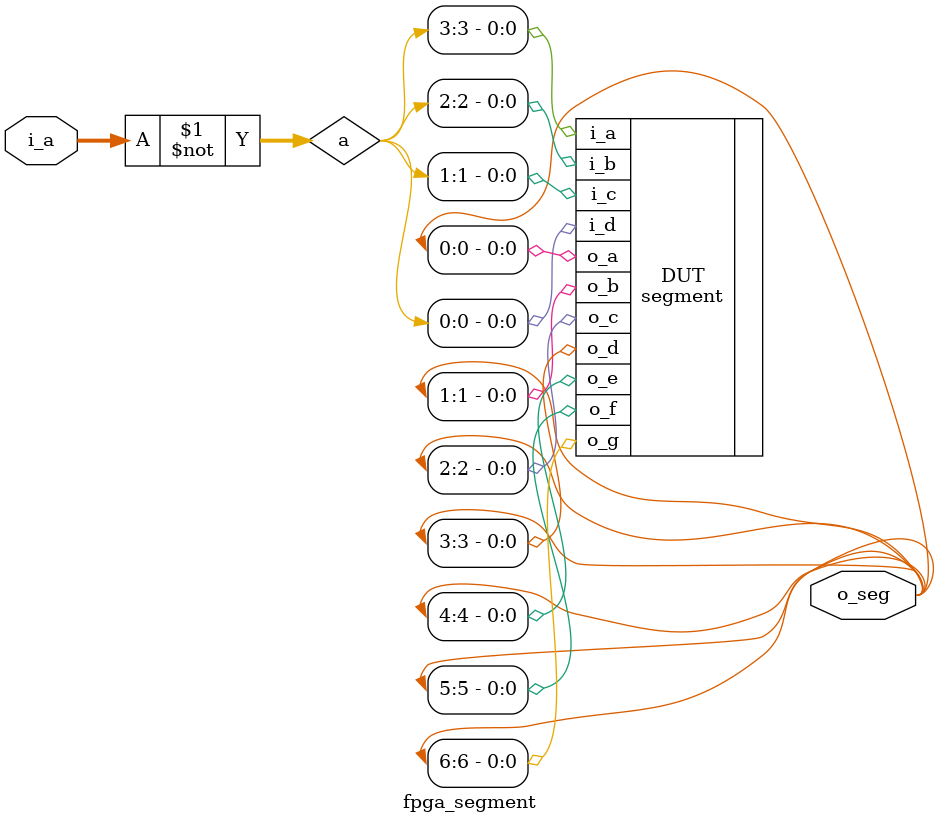
<source format=v>
`timescale 1ns / 1ps


module fpga_segment(
        input wire [3:0] i_a,
        output wire [6:0] o_seg
    );

    wire [3:0] a = ~i_a;

    segment DUT (
        .i_a (a[3]),
        .i_b (a[2]),
        .i_c (a[1]),
        .i_d (a[0]),
        .o_a (o_seg[0]),
        .o_b (o_seg[1]),
        .o_c (o_seg[2]),
        .o_d (o_seg[3]),
        .o_e (o_seg[4]),
        .o_f (o_seg[5]),
        .o_g (o_seg[6])
    );
endmodule

</source>
